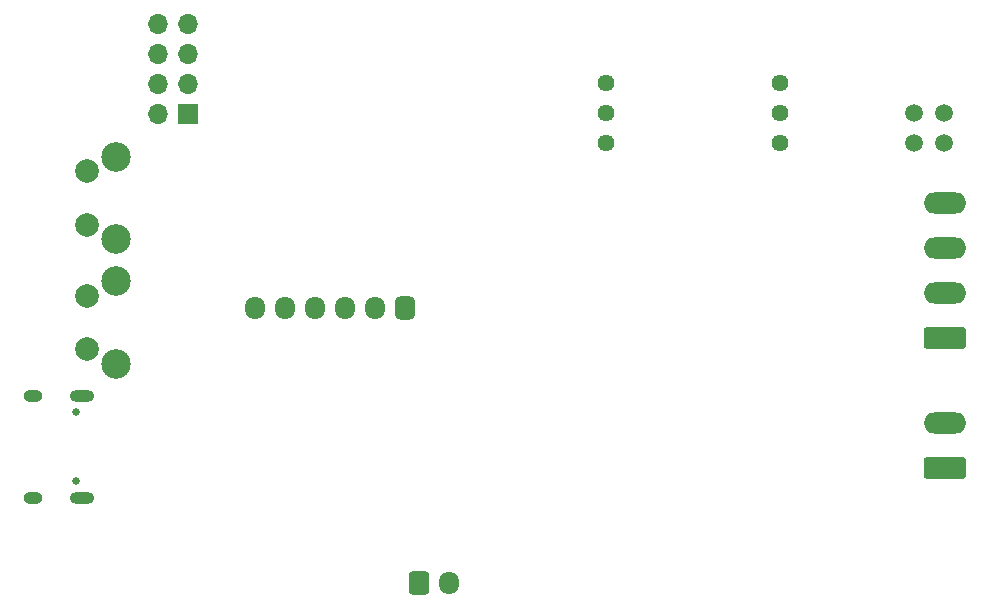
<source format=gbs>
G04 #@! TF.GenerationSoftware,KiCad,Pcbnew,8.0.2-8.0.2-0~ubuntu23.10.1*
G04 #@! TF.CreationDate,2024-05-23T14:55:55+07:00*
G04 #@! TF.ProjectId,Node_Analog,4e6f6465-5f41-46e6-916c-6f672e6b6963,rev?*
G04 #@! TF.SameCoordinates,Original*
G04 #@! TF.FileFunction,Soldermask,Bot*
G04 #@! TF.FilePolarity,Negative*
%FSLAX46Y46*%
G04 Gerber Fmt 4.6, Leading zero omitted, Abs format (unit mm)*
G04 Created by KiCad (PCBNEW 8.0.2-8.0.2-0~ubuntu23.10.1) date 2024-05-23 14:55:55*
%MOMM*%
%LPD*%
G01*
G04 APERTURE LIST*
G04 Aperture macros list*
%AMRoundRect*
0 Rectangle with rounded corners*
0 $1 Rounding radius*
0 $2 $3 $4 $5 $6 $7 $8 $9 X,Y pos of 4 corners*
0 Add a 4 corners polygon primitive as box body*
4,1,4,$2,$3,$4,$5,$6,$7,$8,$9,$2,$3,0*
0 Add four circle primitives for the rounded corners*
1,1,$1+$1,$2,$3*
1,1,$1+$1,$4,$5*
1,1,$1+$1,$6,$7*
1,1,$1+$1,$8,$9*
0 Add four rect primitives between the rounded corners*
20,1,$1+$1,$2,$3,$4,$5,0*
20,1,$1+$1,$4,$5,$6,$7,0*
20,1,$1+$1,$6,$7,$8,$9,0*
20,1,$1+$1,$8,$9,$2,$3,0*%
G04 Aperture macros list end*
%ADD10C,1.440000*%
%ADD11C,2.000000*%
%ADD12C,2.500000*%
%ADD13RoundRect,0.250000X-0.600000X0.725000X-0.600000X-0.725000X0.600000X-0.725000X0.600000X0.725000X0*%
%ADD14O,1.700000X1.950000*%
%ADD15R,1.700000X1.700000*%
%ADD16O,1.700000X1.700000*%
%ADD17RoundRect,0.250000X1.550000X-0.650000X1.550000X0.650000X-1.550000X0.650000X-1.550000X-0.650000X0*%
%ADD18O,3.600000X1.800000*%
%ADD19C,0.650000*%
%ADD20O,2.100000X1.000000*%
%ADD21O,1.600000X1.000000*%
%ADD22RoundRect,0.425000X-0.425000X0.550000X-0.425000X-0.550000X0.425000X-0.550000X0.425000X0.550000X0*%
%ADD23C,1.500000*%
G04 APERTURE END LIST*
D10*
X149400000Y-79030000D03*
X149400000Y-76490000D03*
X149400000Y-73950000D03*
D11*
X105400000Y-91950000D03*
X105400000Y-96450000D03*
D12*
X107900000Y-90700000D03*
X107900000Y-97700000D03*
D13*
X133535000Y-116250000D03*
D14*
X136075000Y-116250000D03*
D15*
X114000000Y-76575000D03*
D16*
X111460000Y-76575000D03*
X114000000Y-74035000D03*
X111460000Y-74035000D03*
X114000000Y-71495000D03*
X111460000Y-71495000D03*
X114000000Y-68955000D03*
X111460000Y-68955000D03*
D17*
X178100000Y-95530000D03*
D18*
X178100000Y-91720000D03*
X178100000Y-87910000D03*
X178100000Y-84100000D03*
D17*
X178100000Y-106500000D03*
D18*
X178100000Y-102690000D03*
D19*
X104500000Y-101810000D03*
X104500000Y-107590000D03*
D20*
X105030000Y-100380000D03*
D21*
X100850000Y-100380000D03*
D20*
X105030000Y-109020000D03*
D21*
X100850000Y-109020000D03*
D11*
X105400000Y-81400000D03*
X105400000Y-85900000D03*
D12*
X107900000Y-80150000D03*
X107900000Y-87150000D03*
D22*
X132320000Y-92950000D03*
D14*
X129780000Y-92950000D03*
X127240000Y-92950000D03*
X124700000Y-92950000D03*
X122160000Y-92950000D03*
X119620000Y-92950000D03*
D10*
X164100000Y-79040000D03*
X164100000Y-76500000D03*
X164100000Y-73960000D03*
D23*
X177975000Y-78970000D03*
X177975000Y-76430000D03*
X175435000Y-78970000D03*
X175435000Y-76430000D03*
M02*

</source>
